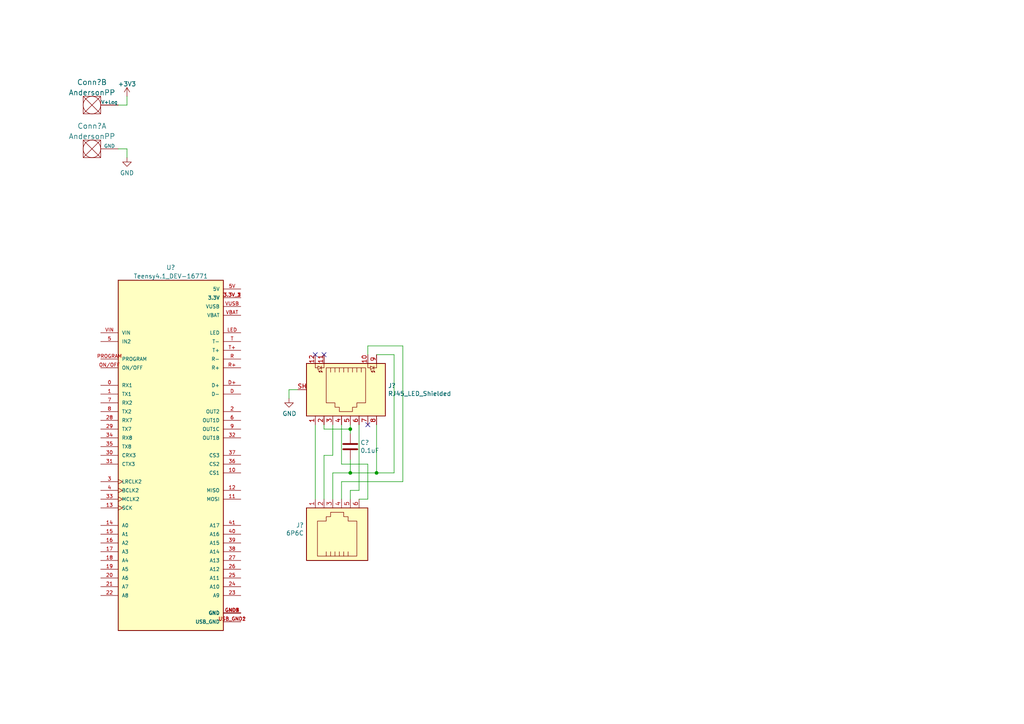
<source format=kicad_sch>
(kicad_sch (version 20211123) (generator eeschema)
  (paper "A4")
  (lib_symbols
    (symbol "Connector:6P6C" (pin_names (offset 1.016))
      (property "Reference" "J" (at -5.08 11.43 0))
      (property "Value" "6P6C" (at 2.54 11.43 0))
      (symbol "6P6C_0_1"
        (polyline (pts (xy -6.35 -1.905) (xy -5.08 -1.905) (xy -5.08 -1.905)))
        (polyline (pts (xy -6.35 -0.635) (xy -5.08 -0.635) (xy -5.08 -0.635)))
        (polyline (pts (xy -6.35 0.635) (xy -5.08 0.635) (xy -5.08 0.635)))
        (polyline (pts (xy -6.35 1.905) (xy -5.08 1.905) (xy -5.08 1.905)))
        (polyline (pts (xy -6.35 3.175) (xy -5.08 3.175) (xy -5.08 3.175)))
        (polyline (pts (xy -5.08 4.445) (xy -6.35 4.445) (xy -6.35 4.445)))
        (polyline (pts (xy -6.35 -4.445) (xy -6.35 6.985) (xy 3.81 6.985) (xy 3.81 4.445) (xy 5.08 4.445) (xy 5.08 3.175) (xy 6.35 3.175) (xy 6.35 -0.635) (xy 5.08 -0.635) (xy 5.08 -1.905) (xy 3.81 -1.905) (xy 3.81 -4.445) (xy -6.35 -4.445) (xy -6.35 -4.445)))
        (rectangle (start 7.62 10.16) (end -7.62 -7.62) (stroke (width 0.254)) (fill (type background)))
      )
      (symbol "6P6C_1_1"
        (pin passive line (at 10.16 -5.08 180) (length 2.54) (name "~") (number "1"))
        (pin passive line (at 10.16 -2.54 180) (length 2.54) (name "~") (number "2"))
        (pin passive line (at 10.16 0 180) (length 2.54) (name "~") (number "3"))
        (pin passive line (at 10.16 2.54 180) (length 2.54) (name "~") (number "4"))
        (pin passive line (at 10.16 5.08 180) (length 2.54) (name "~") (number "5"))
        (pin passive line (at 10.16 7.62 180) (length 2.54) (name "~") (number "6"))
      )
    )
    (symbol "Connector:RJ45_LED_Shielded" (pin_names (offset 1.016))
      (property "Reference" "J" (at -5.08 13.97 0))
      (property "Value" "RJ45_LED_Shielded" (at 1.27 13.97 0))
      (symbol "RJ45_LED_Shielded_0_1"
        (polyline (pts (xy -7.62 -7.62) (xy -6.35 -7.62)))
        (polyline (pts (xy -7.62 -5.08) (xy -6.35 -5.08)))
        (polyline (pts (xy -7.62 7.62) (xy -6.35 7.62)))
        (polyline (pts (xy -7.62 10.16) (xy -6.35 10.16)))
        (polyline (pts (xy -6.858 -5.842) (xy -5.842 -5.842)))
        (polyline (pts (xy -6.858 9.398) (xy -5.842 9.398)))
        (polyline (pts (xy -6.35 -7.62) (xy -6.35 -6.858)))
        (polyline (pts (xy -6.35 -5.08) (xy -6.35 -5.842)))
        (polyline (pts (xy -6.35 7.62) (xy -6.35 8.382)))
        (polyline (pts (xy -6.35 10.16) (xy -6.35 9.398)))
        (polyline (pts (xy -5.08 -6.223) (xy -5.207 -6.604)))
        (polyline (pts (xy -5.08 -5.588) (xy -5.207 -5.969)))
        (polyline (pts (xy -5.08 4.445) (xy -6.35 4.445)))
        (polyline (pts (xy -5.08 5.715) (xy -6.35 5.715)))
        (polyline (pts (xy -5.08 9.017) (xy -5.207 8.636)))
        (polyline (pts (xy -5.08 9.652) (xy -5.207 9.271)))
        (polyline (pts (xy -6.35 -3.175) (xy -5.08 -3.175) (xy -5.08 -3.175)))
        (polyline (pts (xy -6.35 -1.905) (xy -5.08 -1.905) (xy -5.08 -1.905)))
        (polyline (pts (xy -6.35 -0.635) (xy -5.08 -0.635) (xy -5.08 -0.635)))
        (polyline (pts (xy -6.35 0.635) (xy -5.08 0.635) (xy -5.08 0.635)))
        (polyline (pts (xy -6.35 1.905) (xy -5.08 1.905) (xy -5.08 1.905)))
        (polyline (pts (xy -5.588 -6.731) (xy -5.08 -6.223) (xy -5.461 -6.35)))
        (polyline (pts (xy -5.588 -6.096) (xy -5.08 -5.588) (xy -5.461 -5.715)))
        (polyline (pts (xy -5.588 8.509) (xy -5.08 9.017) (xy -5.461 8.89)))
        (polyline (pts (xy -5.588 9.144) (xy -5.08 9.652) (xy -5.461 9.525)))
        (polyline (pts (xy -5.08 3.175) (xy -6.35 3.175) (xy -6.35 3.175)))
        (polyline (pts (xy -6.35 -5.842) (xy -6.858 -6.858) (xy -5.842 -6.858) (xy -6.35 -5.842)))
        (polyline (pts (xy -6.35 9.398) (xy -6.858 8.382) (xy -5.842 8.382) (xy -6.35 9.398)))
        (polyline (pts (xy -6.35 -4.445) (xy -6.35 6.985) (xy 3.81 6.985) (xy 3.81 4.445) (xy 5.08 4.445) (xy 5.08 3.175) (xy 6.35 3.175) (xy 6.35 -0.635) (xy 5.08 -0.635) (xy 5.08 -1.905) (xy 3.81 -1.905) (xy 3.81 -4.445) (xy -6.35 -4.445) (xy -6.35 -4.445)))
        (rectangle (start 7.62 12.7) (end -7.62 -10.16) (stroke (width 0.254)) (fill (type background)))
      )
      (symbol "RJ45_LED_Shielded_1_1"
        (pin passive line (at 10.16 -7.62 180) (length 2.54) (name "~") (number "1"))
        (pin passive line (at -10.16 7.62 0) (length 2.54) (name "~") (number "10"))
        (pin passive line (at -10.16 -5.08 0) (length 2.54) (name "~") (number "11"))
        (pin passive line (at -10.16 -7.62 0) (length 2.54) (name "~") (number "12"))
        (pin passive line (at 10.16 -5.08 180) (length 2.54) (name "~") (number "2"))
        (pin passive line (at 10.16 -2.54 180) (length 2.54) (name "~") (number "3"))
        (pin passive line (at 10.16 0 180) (length 2.54) (name "~") (number "4"))
        (pin passive line (at 10.16 2.54 180) (length 2.54) (name "~") (number "5"))
        (pin passive line (at 10.16 5.08 180) (length 2.54) (name "~") (number "6"))
        (pin passive line (at 10.16 7.62 180) (length 2.54) (name "~") (number "7"))
        (pin passive line (at 10.16 10.16 180) (length 2.54) (name "~") (number "8"))
        (pin passive line (at -10.16 10.16 0) (length 2.54) (name "~") (number "9"))
        (pin passive line (at 0 -12.7 90) (length 2.54) (name "~") (number "SH"))
      )
    )
    (symbol "Device:C" (pin_numbers hide) (pin_names (offset 0.254))
      (property "Reference" "C" (at 0.635 2.54 0))
      (property "Value" "C" (at 0.635 -2.54 0))
      (symbol "C_0_1"
        (polyline (pts (xy -2.032 -0.762) (xy 2.032 -0.762)) (stroke (width 0.508)))
        (polyline (pts (xy -2.032 0.762) (xy 2.032 0.762)) (stroke (width 0.508)))
      )
      (symbol "C_1_1"
        (pin passive line (at 0 3.81 270) (length 2.794) (name "~") (number "1"))
        (pin passive line (at 0 -3.81 90) (length 2.794) (name "~") (number "2"))
      )
    )
    (symbol "MRDT_Connectors:AndersonPP" (pin_numbers hide) (pin_names (offset 0))
      (property "Reference" "Conn" (at 3.81 -1.27 0))
      (property "Value" "AndersonPP" (at 2.54 6.35 0))
      (symbol "AndersonPP_0_1"
        (polyline (pts (xy 0 5.08) (xy 5.08 0)))
        (polyline (pts (xy 5.08 5.08) (xy 0 0)))
        (rectangle (start 0 0) (end 5.08 5.08))
        (circle (center 2.54 2.54) (radius 2.54))
      )
      (symbol "AndersonPP_1_1"
        (pin input line (at 10.16 2.54 180) (length 5.08) (name "GND") (number "1"))
      )
      (symbol "AndersonPP_2_1"
        (pin input line (at 10.16 2.54 180) (length 5.08) (name "V+Log") (number "2"))
      )
      (symbol "AndersonPP_3_1"
        (pin input line (at 10.16 2.54 180) (length 5.08) (name "V+Act") (number "3"))
      )
      (symbol "AndersonPP_4_1"
        (pin input line (at 10.16 2.54 180) (length 5.08) (name "PV+") (number "4"))
      )
      (symbol "AndersonPP_5_1"
        (pin input line (at 10.16 2.54 180) (length 5.08) (name "~") (number "1"))
      )
    )
    (symbol "MRDT_Shields:Teensy4.1_DEV-16771" (pin_names (offset 1.016))
      (property "Reference" "U" (at -15.24 52.07 0))
      (property "Value" "Teensy4.1_DEV-16771" (at -15.24 -53.34 0))
      (symbol "Teensy4.1_DEV-16771_0_0"
        (rectangle (start -15.24 -50.8) (end 15.24 50.8) (stroke (width 0.254)) (fill (type background)))
        (pin bidirectional line (at -20.32 20.32 0) (length 5.08) (name "RX1") (number "0"))
        (pin bidirectional line (at -20.32 17.78 0) (length 5.08) (name "TX1") (number "1"))
        (pin bidirectional line (at 20.32 -5.08 180) (length 5.08) (name "CS1") (number "10"))
        (pin bidirectional line (at 20.32 -12.7 180) (length 5.08) (name "MOSI") (number "11"))
        (pin bidirectional line (at 20.32 -10.16 180) (length 5.08) (name "MISO") (number "12"))
        (pin bidirectional clock (at -20.32 -15.24 0) (length 5.08) (name "SCK") (number "13"))
        (pin bidirectional line (at -20.32 -20.32 0) (length 5.08) (name "A0") (number "14"))
        (pin bidirectional line (at -20.32 -22.86 0) (length 5.08) (name "A1") (number "15"))
        (pin bidirectional line (at -20.32 -25.4 0) (length 5.08) (name "A2") (number "16"))
        (pin bidirectional line (at -20.32 -27.94 0) (length 5.08) (name "A3") (number "17"))
        (pin bidirectional line (at -20.32 -30.48 0) (length 5.08) (name "A4") (number "18"))
        (pin bidirectional line (at -20.32 -33.02 0) (length 5.08) (name "A5") (number "19"))
        (pin output line (at 20.32 12.7 180) (length 5.08) (name "OUT2") (number "2"))
        (pin bidirectional line (at -20.32 -35.56 0) (length 5.08) (name "A6") (number "20"))
        (pin bidirectional line (at -20.32 -38.1 0) (length 5.08) (name "A7") (number "21"))
        (pin bidirectional line (at -20.32 -40.64 0) (length 5.08) (name "A8") (number "22"))
        (pin bidirectional line (at 20.32 -40.64 180) (length 5.08) (name "A9") (number "23"))
        (pin bidirectional line (at 20.32 -38.1 180) (length 5.08) (name "A10") (number "24"))
        (pin bidirectional line (at 20.32 -35.56 180) (length 5.08) (name "A11") (number "25"))
        (pin bidirectional line (at 20.32 -33.02 180) (length 5.08) (name "A12") (number "26"))
        (pin bidirectional line (at 20.32 -30.48 180) (length 5.08) (name "A13") (number "27"))
        (pin bidirectional line (at -20.32 10.16 0) (length 5.08) (name "RX7") (number "28"))
        (pin bidirectional line (at -20.32 7.62 0) (length 5.08) (name "TX7") (number "29"))
        (pin bidirectional clock (at -20.32 -7.62 0) (length 5.08) (name "LRCLK2") (number "3"))
        (pin power_in line (at 20.32 45.72 180) (length 5.08) (name "3.3V") (number "3.3V_1"))
        (pin power_in line (at 20.32 45.72 180) (length 5.08) (name "3.3V") (number "3.3V_2"))
        (pin power_in line (at 20.32 45.72 180) (length 5.08) (name "3.3V") (number "3.3V_3"))
        (pin bidirectional line (at -20.32 0 0) (length 5.08) (name "CRX3") (number "30"))
        (pin bidirectional line (at -20.32 -2.54 0) (length 5.08) (name "CTX3") (number "31"))
        (pin output line (at 20.32 5.08 180) (length 5.08) (name "OUT1B") (number "32"))
        (pin bidirectional clock (at -20.32 -12.7 0) (length 5.08) (name "MCLK2") (number "33"))
        (pin bidirectional line (at -20.32 5.08 0) (length 5.08) (name "RX8") (number "34"))
        (pin bidirectional line (at -20.32 2.54 0) (length 5.08) (name "TX8") (number "35"))
        (pin bidirectional line (at 20.32 -2.54 180) (length 5.08) (name "CS2") (number "36"))
        (pin bidirectional line (at 20.32 0 180) (length 5.08) (name "CS3") (number "37"))
        (pin bidirectional line (at 20.32 -27.94 180) (length 5.08) (name "A14") (number "38"))
        (pin bidirectional line (at 20.32 -25.4 180) (length 5.08) (name "A15") (number "39"))
        (pin bidirectional clock (at -20.32 -10.16 0) (length 5.08) (name "BCLK2") (number "4"))
        (pin bidirectional line (at 20.32 -22.86 180) (length 5.08) (name "A16") (number "40"))
        (pin bidirectional line (at 20.32 -20.32 180) (length 5.08) (name "A17") (number "41"))
        (pin bidirectional line (at -20.32 33.02 0) (length 5.08) (name "IN2") (number "5"))
        (pin power_in line (at 20.32 48.26 180) (length 5.08) (name "5V") (number "5V"))
        (pin output line (at 20.32 10.16 180) (length 5.08) (name "OUT1D") (number "6"))
        (pin bidirectional line (at -20.32 15.24 0) (length 5.08) (name "RX2") (number "7"))
        (pin bidirectional line (at -20.32 12.7 0) (length 5.08) (name "TX2") (number "8"))
        (pin output line (at 20.32 7.62 180) (length 5.08) (name "OUT1C") (number "9"))
        (pin bidirectional line (at 20.32 17.78 180) (length 5.08) (name "D-") (number "D"))
        (pin bidirectional line (at 20.32 20.32 180) (length 5.08) (name "D+") (number "D+"))
        (pin power_in line (at 20.32 -45.72 180) (length 5.08) (name "GND") (number "GND1"))
        (pin power_in line (at 20.32 -45.72 180) (length 5.08) (name "GND") (number "GND2"))
        (pin power_in line (at 20.32 -45.72 180) (length 5.08) (name "GND") (number "GND3"))
        (pin power_in line (at 20.32 -45.72 180) (length 5.08) (name "GND") (number "GND4"))
        (pin power_in line (at 20.32 -45.72 180) (length 5.08) (name "GND") (number "GND5"))
        (pin bidirectional line (at 20.32 35.56 180) (length 5.08) (name "LED") (number "LED"))
        (pin bidirectional line (at -20.32 25.4 0) (length 5.08) (name "ON/OFF") (number "ON/OFF"))
        (pin bidirectional line (at -20.32 27.94 0) (length 5.08) (name "PROGRAM") (number "PROGRAM"))
        (pin bidirectional line (at 20.32 27.94 180) (length 5.08) (name "R-") (number "R"))
        (pin bidirectional line (at 20.32 25.4 180) (length 5.08) (name "R+") (number "R+"))
        (pin bidirectional line (at 20.32 33.02 180) (length 5.08) (name "T-") (number "T"))
        (pin bidirectional line (at 20.32 30.48 180) (length 5.08) (name "T+") (number "T+"))
        (pin power_in line (at 20.32 -48.26 180) (length 5.08) (name "USB_GND") (number "USB_GND1"))
        (pin power_in line (at 20.32 -48.26 180) (length 5.08) (name "USB_GND") (number "USB_GND2"))
        (pin passive line (at 20.32 40.64 180) (length 5.08) (name "VBAT") (number "VBAT"))
        (pin input line (at -20.32 35.56 0) (length 5.08) (name "VIN") (number "VIN"))
        (pin passive line (at 20.32 43.18 180) (length 5.08) (name "VUSB") (number "VUSB"))
      )
    )
    (symbol "power:+3V3" (power) (pin_names (offset 0))
      (property "Value" "+3V3" (at 0 3.556 0))
      (symbol "+3V3_0_1"
        (polyline (pts (xy -0.762 1.27) (xy 0 2.54)))
        (polyline (pts (xy 0 0) (xy 0 2.54)))
        (polyline (pts (xy 0 2.54) (xy 0.762 1.27)))
      )
      (symbol "+3V3_1_1"
        (pin power_in line (at 0 0 90) (length 0) hide (name "+3V3") (number "1"))
      )
    )
    (symbol "power:GND" (power) (pin_names (offset 0))
      (property "Value" "GND" (at 0 -3.81 0))
      (symbol "GND_0_1"
        (polyline (pts (xy 0 0) (xy 0 -1.27) (xy 1.27 -1.27) (xy 0 -2.54) (xy -1.27 -1.27) (xy 0 -1.27)))
      )
      (symbol "GND_1_1"
        (pin power_in line (at 0 0 270) (length 0) hide (name "GND") (number "1"))
      )
    )
  )
  (junction (at 101.6 137.16))
  (junction (at 101.6 124.46))
  (junction (at 109.22 137.16))
  (no_connect (at 93.98 102.87))
  (no_connect (at 91.44 102.87))
  (no_connect (at 106.68 123.19))
  (wire (pts (xy 104.14 123.19) (xy 104.14 142.24)))
  (wire (pts (xy 116.84 100.33) (xy 116.84 139.7)))
  (wire (pts (xy 101.6 142.24) (xy 104.14 142.24)))
  (wire (pts (xy 93.98 144.78) (xy 93.98 132.08)))
  (wire (pts (xy 34.29 43.18) (xy 36.83 43.18)))
  (wire (pts (xy 96.52 137.16) (xy 101.6 137.16)))
  (wire (pts (xy 114.3 102.87) (xy 114.3 137.16)))
  (wire (pts (xy 99.06 134.62) (xy 99.06 123.19)))
  (wire (pts (xy 36.83 43.18) (xy 36.83 45.72)))
  (wire (pts (xy 101.6 124.46) (xy 101.6 123.19)))
  (wire (pts (xy 34.29 30.48) (xy 36.83 30.48)))
  (wire (pts (xy 93.98 124.46) (xy 93.98 123.19)))
  (wire (pts (xy 101.6 124.46) (xy 93.98 124.46)))
  (wire (pts (xy 106.68 134.62) (xy 99.06 134.62)))
  (wire (pts (xy 96.52 132.08) (xy 96.52 123.19)))
  (wire (pts (xy 96.52 144.78) (xy 96.52 137.16)))
  (wire (pts (xy 83.82 115.57) (xy 83.82 113.03)))
  (wire (pts (xy 36.83 27.94) (xy 36.83 30.48)))
  (wire (pts (xy 114.3 137.16) (xy 109.22 137.16)))
  (wire (pts (xy 83.82 113.03) (xy 86.36 113.03)))
  (wire (pts (xy 106.68 144.78) (xy 106.68 134.62)))
  (wire (pts (xy 91.44 123.19) (xy 91.44 144.78)))
  (wire (pts (xy 99.06 144.78) (xy 99.06 139.7)))
  (wire (pts (xy 101.6 142.24) (xy 101.6 144.78)))
  (wire (pts (xy 106.68 100.33) (xy 116.84 100.33)))
  (wire (pts (xy 99.06 139.7) (xy 116.84 139.7)))
  (wire (pts (xy 106.68 102.87) (xy 106.68 100.33)))
  (wire (pts (xy 104.14 144.78) (xy 106.68 144.78)))
  (wire (pts (xy 93.98 132.08) (xy 96.52 132.08)))
  (wire (pts (xy 109.22 123.19) (xy 109.22 137.16)))
  (wire (pts (xy 101.6 133.35) (xy 101.6 137.16)))
  (wire (pts (xy 109.22 102.87) (xy 114.3 102.87)))
  (wire (pts (xy 101.6 125.73) (xy 101.6 124.46)))
  (wire (pts (xy 101.6 137.16) (xy 109.22 137.16)))
  (symbol (lib_id "MRDT_Connectors:AndersonPP") (at 24.13 45.72 0) (unit 1)
    (property "Reference" "Conn?" (at 26.67 36.5559 0) (effects (font (size 1.524 1.524))))
    (property "Value" "AndersonPP" (at 26.67 39.5493 0) (effects (font (size 1.524 1.524))))
  )
  (symbol (lib_id "Device:C") (at 101.6 129.54 0) (unit 1)
    (property "Reference" "C?" (at 104.521 128.3716 0) (effects (justify left)))
    (property "Value" "0.1uF" (at 104.521 130.683 0) (effects (justify left)))
    (property "Footprint" "Capacitor_SMD:C_0603_1608Metric_Pad1.08x0.95mm_HandSolder" (effects hide))
  )
  (symbol (lib_id "power:+3V3") (at 36.83 27.94 0) (unit 1)
    (property "Reference" "#PWR?" (effects hide))
    (property "Value" "+3V3" (at 36.83 24.3642 0))
  )
  (symbol (lib_id "MRDT_Connectors:AndersonPP") (at 24.13 33.02 0) (unit 2)
    (property "Reference" "Conn?" (at 26.67 23.8559 0) (effects (font (size 1.524 1.524))))
    (property "Value" "AndersonPP" (at 26.67 26.8493 0) (effects (font (size 1.524 1.524))))
  )
  (symbol (lib_id "MRDT_Shields:Teensy4.1_DEV-16771") (at 49.53 132.08 0) (unit 1)
    (property "Reference" "U?" (at 49.53 77.5802 0))
    (property "Value" "Teensy4.1_DEV-16771" (at 49.53 80.1171 0))
    (property "Footprint" "MODULE_DEV-16771" (effects hide))
    (property "STANDARD" "Manufacturer recommendations" (effects hide))
    (property "MAXIMUM_PACKAGE_HEIGHT" "4.07mm" (effects hide))
    (property "MANUFACTURER" "SparkFun Electronics" (effects hide))
    (property "PARTREV" "4.1" (effects hide))
  )
  (symbol (lib_id "power:GND") (at 83.82 115.57 0) (unit 1)
    (property "Reference" "#PWR?" (effects hide))
    (property "Value" "GND" (at 83.947 119.9642 0))
  )
  (symbol (lib_id "Connector:RJ45_LED_Shielded") (at 99.06 113.03 270) (unit 1)
    (property "Reference" "J?" (at 112.522 111.8616 90) (effects (justify left)))
    (property "Value" "RJ45_LED_Shielded" (at 112.522 114.173 90) (effects (justify left)))
    (property "Footprint" "MRDT_Connectors:RJ45_Teensy" (effects hide))
  )
  (symbol (lib_id "Connector:6P6C") (at 96.52 154.94 270) (mirror x) (unit 1)
    (property "Reference" "J?" (at 88.138 152.3238 90) (effects (justify right)))
    (property "Value" "6P6C" (at 88.138 154.6352 90) (effects (justify right)))
    (property "Footprint" "Connector_PinHeader_2.00mm:PinHeader_2x03_P2.00mm_Vertical" (effects hide))
  )
  (symbol (lib_id "power:GND") (at 36.83 45.72 0) (unit 1)
    (property "Reference" "#PWR?" (effects hide))
    (property "Value" "GND" (at 36.83 50.1634 0))
  )
)
</source>
